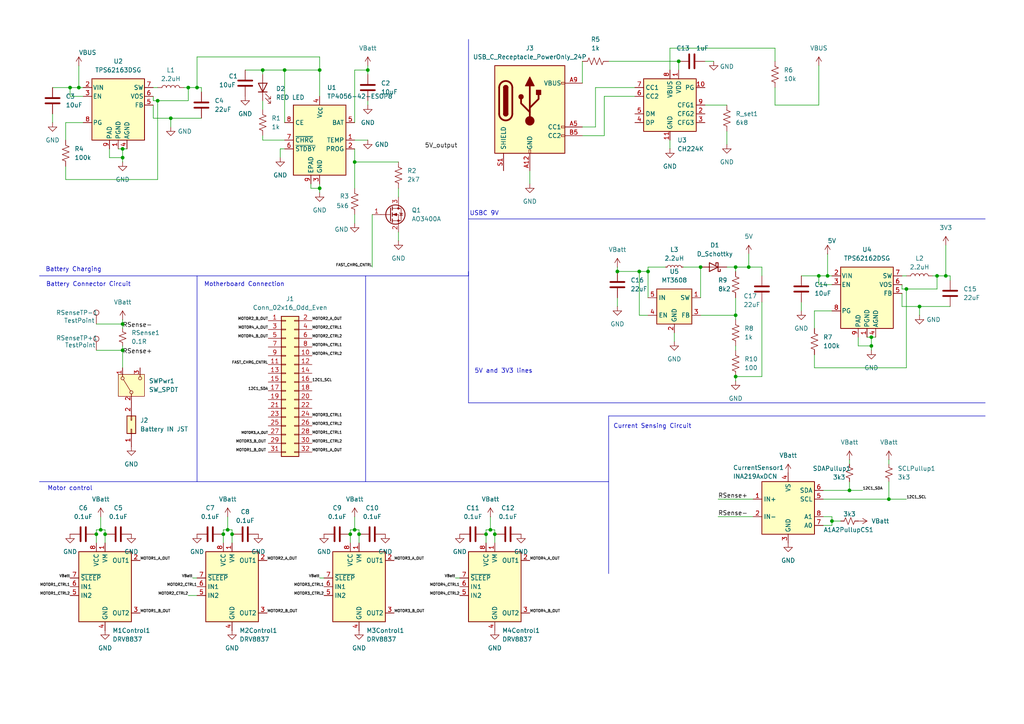
<source format=kicad_sch>
(kicad_sch (version 20250114) (generator "eeschema") (generator_version "9.0")
  (paper "A4")
  (text "Motor control\n" (at 20.32 141.732 0) (effects (font (size 1.27 1.27))))
  (text "USBC 9V" (at 140.462 61.976 0) (effects (font (size 1.27 1.27))))
  (text "Battery Charging" (at 21.336 78.232 0) (effects (font (size 1.27 1.27))))
  (text "Battery Connector Circuit\n" (at 25.654 82.55 0) (effects (font (size 1.27 1.27))))
  (text "5V and 3V3 lines\n" (at 146.05 107.696 0) (effects (font (size 1.27 1.27))))
  (text "Motherboard Connection\n" (at 70.866 82.55 0) (effects (font (size 1.27 1.27))))
  (text "Current Sensing Circuit\n" (at 189.23 123.698 0) (effects (font (size 1.27 1.27))))
  (junction (at 92.71 54.61))
  (junction (at 35.56 43.18))
  (junction (at 185.42 78.74))
  (junction (at 102.87 153.67))
  (junction (at 29.21 153.67))
  (junction (at 187.96 78.74))
  (junction (at 240.03 80.01))
  (junction (at 20.32 25.4))
  (junction (at 213.36 91.44))
  (junction (at 179.07 78.74))
  (junction (at 252.73 100.33))
  (junction (at 246.38 142.24))
  (junction (at 203.2 77.47))
  (junction (at 217.17 77.47))
  (junction (at 252.73 97.79))
  (junction (at 262.89 83.82))
  (junction (at 101.6 154.94))
  (junction (at 22.86 25.4))
  (junction (at 64.77 154.94))
  (junction (at 49.53 34.29))
  (junction (at 140.97 154.94))
  (junction (at 213.36 77.47))
  (junction (at 257.81 144.78))
  (junction (at 35.56 93.98))
  (junction (at 66.04 153.67))
  (junction (at 271.78 80.01))
  (junction (at 196.85 17.78))
  (junction (at 266.7 88.9))
  (junction (at 274.32 80.01))
  (junction (at 35.56 101.6))
  (junction (at 102.87 46.99))
  (junction (at 92.71 20.32))
  (junction (at 104.14 154.94))
  (junction (at 142.24 153.67))
  (junction (at 241.3 151.13))
  (junction (at 213.36 109.22))
  (junction (at 54.61 25.4))
  (junction (at 82.55 20.32))
  (junction (at 237.49 80.01))
  (junction (at 106.68 20.32))
  (junction (at 30.48 154.94))
  (junction (at 67.31 154.94))
  (junction (at 27.94 154.94))
  (junction (at 57.15 25.4))
  (junction (at 76.2 20.32))
  (junction (at 143.51 154.94))
  (junction (at 45.72 29.21))
  (junction (at 35.56 45.72))
  (wire (pts (xy 27.94 101.6) (xy 35.56 101.6)))
  (polyline (pts (xy 135.89 63.5) (xy 285.75 63.5)))
  (wire (pts (xy 30.48 154.94) (xy 30.48 157.48)))
  (wire (pts (xy 271.78 83.82) (xy 271.78 80.01)))
  (wire (pts (xy 224.79 13.97) (xy 224.79 17.78)))
  (wire (pts (xy 203.2 77.47) (xy 198.12 77.47)))
  (wire (pts (xy 274.32 80.01) (xy 274.32 71.12)))
  (wire (pts (xy 241.3 152.4) (xy 238.76 152.4)))
  (wire (pts (xy 238.76 144.78) (xy 257.81 144.78)))
  (wire (pts (xy 194.31 13.97) (xy 224.79 13.97)))
  (wire (pts (xy 217.17 73.66) (xy 217.17 77.47)))
  (wire (pts (xy 27.94 93.98) (xy 35.56 93.98)))
  (wire (pts (xy 176.53 17.78) (xy 196.85 17.78)))
  (wire (pts (xy 92.71 167.64) (xy 93.98 167.64)))
  (wire (pts (xy 22.86 19.05) (xy 22.86 25.4)))
  (wire (pts (xy 92.71 54.61) (xy 92.71 55.88)))
  (wire (pts (xy 213.36 77.47) (xy 213.36 78.74)))
  (wire (pts (xy 213.36 77.47) (xy 217.17 77.47)))
  (polyline (pts (xy 11.43 80.01) (xy 135.89 80.01)))
  (wire (pts (xy 252.73 100.33) (xy 252.73 101.6)))
  (wire (pts (xy 232.41 87.63) (xy 232.41 90.17)))
  (wire (pts (xy 195.58 96.52) (xy 195.58 99.06)))
  (wire (pts (xy 64.77 157.48) (xy 64.77 154.94)))
  (wire (pts (xy 24.13 27.94) (xy 20.32 27.94)))
  (wire (pts (xy 179.07 77.47) (xy 179.07 78.74)))
  (wire (pts (xy 82.55 43.18) (xy 81.28 43.18)))
  (wire (pts (xy 101.6 154.94) (xy 101.6 153.67)))
  (wire (pts (xy 236.22 90.17) (xy 236.22 95.25)))
  (wire (pts (xy 54.61 172.72) (xy 57.15 172.72)))
  (wire (pts (xy 44.45 29.21) (xy 44.45 27.94)))
  (wire (pts (xy 54.61 25.4) (xy 57.15 25.4)))
  (wire (pts (xy 57.15 16.51) (xy 92.71 16.51)))
  (wire (pts (xy 24.13 35.56) (xy 19.05 35.56)))
  (wire (pts (xy 29.21 149.86) (xy 29.21 153.67)))
  (wire (pts (xy 204.47 30.48) (xy 210.82 30.48)))
  (wire (pts (xy 90.17 53.34) (xy 90.17 54.61)))
  (wire (pts (xy 196.85 17.78) (xy 196.85 20.32)))
  (wire (pts (xy 179.07 86.36) (xy 179.07 88.9)))
  (wire (pts (xy 64.77 154.94) (xy 64.77 153.67)))
  (wire (pts (xy 106.68 20.32) (xy 106.68 21.59)))
  (wire (pts (xy 224.79 25.4) (xy 224.79 30.48)))
  (wire (pts (xy 76.2 20.32) (xy 82.55 20.32)))
  (wire (pts (xy 266.7 88.9) (xy 266.7 91.44)))
  (wire (pts (xy 115.57 54.61) (xy 115.57 57.15)))
  (wire (pts (xy 241.3 151.13) (xy 243.84 151.13)))
  (wire (pts (xy 143.51 153.67) (xy 143.51 154.94)))
  (wire (pts (xy 213.36 86.36) (xy 213.36 91.44)))
  (wire (pts (xy 106.68 29.21) (xy 106.68 30.48)))
  (wire (pts (xy 102.87 149.86) (xy 102.87 153.67)))
  (wire (pts (xy 45.72 29.21) (xy 54.61 29.21)))
  (wire (pts (xy 210.82 77.47) (xy 213.36 77.47)))
  (wire (pts (xy 82.55 20.32) (xy 82.55 35.56)))
  (wire (pts (xy 49.53 34.29) (xy 58.42 34.29)))
  (wire (pts (xy 246.38 142.24) (xy 250.19 142.24)))
  (wire (pts (xy 101.6 153.67) (xy 102.87 153.67)))
  (polyline (pts (xy 176.53 166.37) (xy 176.53 139.7)))
  (wire (pts (xy 246.38 133.35) (xy 246.38 134.62)))
  (wire (pts (xy 102.87 40.64) (xy 106.68 40.64)))
  (wire (pts (xy 44.45 25.4) (xy 45.72 25.4)))
  (wire (pts (xy 203.2 86.36) (xy 203.2 77.47)))
  (wire (pts (xy 35.56 101.6) (xy 35.56 106.68)))
  (wire (pts (xy 142.24 153.67) (xy 143.51 153.67)))
  (wire (pts (xy 45.72 29.21) (xy 45.72 52.07)))
  (wire (pts (xy 106.68 19.05) (xy 106.68 20.32)))
  (polyline (pts (xy 176.53 120.65) (xy 285.75 120.65)))
  (wire (pts (xy 67.31 153.67) (xy 67.31 154.94)))
  (polyline (pts (xy 106.045 80.01) (xy 106.045 139.7)))
  (wire (pts (xy 104.14 153.67) (xy 104.14 154.94)))
  (wire (pts (xy 246.38 139.7) (xy 246.38 142.24)))
  (wire (pts (xy 194.31 40.64) (xy 194.31 43.18)))
  (wire (pts (xy 187.96 91.44) (xy 185.42 91.44)))
  (wire (pts (xy 19.05 35.56) (xy 19.05 40.64)))
  (wire (pts (xy 153.67 49.53) (xy 153.67 53.34)))
  (wire (pts (xy 194.31 20.32) (xy 194.31 13.97)))
  (polyline (pts (xy 135.89 78.74) (xy 135.89 116.84)))
  (wire (pts (xy 102.87 20.32) (xy 106.68 20.32)))
  (wire (pts (xy 35.56 45.72) (xy 35.56 46.99)))
  (polyline (pts (xy 11.43 139.7) (xy 176.53 139.7)))
  (wire (pts (xy 261.62 83.82) (xy 262.89 83.82)))
  (wire (pts (xy 193.04 77.47) (xy 187.96 77.47)))
  (polyline (pts (xy 135.89 11.43) (xy 135.89 80.01)))
  (wire (pts (xy 102.87 46.99) (xy 102.87 54.61)))
  (wire (pts (xy 76.2 20.32) (xy 76.2 21.59)))
  (wire (pts (xy 203.2 91.44) (xy 213.36 91.44)))
  (wire (pts (xy 140.97 154.94) (xy 140.97 153.67)))
  (wire (pts (xy 31.75 45.72) (xy 35.56 45.72)))
  (wire (pts (xy 185.42 78.74) (xy 187.96 78.74)))
  (wire (pts (xy 274.32 80.01) (xy 275.59 80.01)))
  (polyline (pts (xy 135.89 116.84) (xy 285.75 116.84)))
  (wire (pts (xy 20.32 27.94) (xy 20.32 25.4)))
  (wire (pts (xy 220.98 109.22) (xy 213.36 109.22)))
  (wire (pts (xy 210.82 38.1) (xy 210.82 41.91)))
  (wire (pts (xy 57.15 25.4) (xy 57.15 16.51)))
  (wire (pts (xy 44.45 29.21) (xy 45.72 29.21)))
  (polyline (pts (xy 176.53 139.7) (xy 176.53 120.65)))
  (wire (pts (xy 67.31 154.94) (xy 67.31 157.48)))
  (wire (pts (xy 261.62 88.9) (xy 266.7 88.9)))
  (wire (pts (xy 184.15 25.4) (xy 172.72 25.4)))
  (wire (pts (xy 241.3 82.55) (xy 237.49 82.55)))
  (wire (pts (xy 261.62 88.9) (xy 261.62 85.09)))
  (wire (pts (xy 257.81 144.78) (xy 262.89 144.78)))
  (wire (pts (xy 76.2 29.21) (xy 76.2 31.75)))
  (wire (pts (xy 35.56 43.18) (xy 36.83 43.18)))
  (wire (pts (xy 175.26 27.94) (xy 175.26 39.37)))
  (wire (pts (xy 217.17 77.47) (xy 220.98 77.47)))
  (wire (pts (xy 35.56 100.33) (xy 35.56 101.6)))
  (wire (pts (xy 49.53 34.29) (xy 49.53 36.83)))
  (wire (pts (xy 35.56 92.71) (xy 35.56 93.98)))
  (wire (pts (xy 34.29 43.18) (xy 35.56 43.18)))
  (wire (pts (xy 92.71 20.32) (xy 92.71 27.94)))
  (wire (pts (xy 266.7 88.9) (xy 275.59 88.9)))
  (wire (pts (xy 15.24 25.4) (xy 20.32 25.4)))
  (wire (pts (xy 213.36 109.22) (xy 213.36 110.49)))
  (wire (pts (xy 27.94 153.67) (xy 29.21 153.67)))
  (wire (pts (xy 19.05 52.07) (xy 45.72 52.07)))
  (wire (pts (xy 64.77 153.67) (xy 66.04 153.67)))
  (wire (pts (xy 262.89 83.82) (xy 271.78 83.82)))
  (wire (pts (xy 107.95 62.23) (xy 107.95 77.47)))
  (wire (pts (xy 236.22 102.87) (xy 236.22 106.68)))
  (wire (pts (xy 71.12 20.32) (xy 76.2 20.32)))
  (wire (pts (xy 44.45 34.29) (xy 44.45 30.48)))
  (wire (pts (xy 31.75 43.18) (xy 31.75 45.72)))
  (wire (pts (xy 251.46 97.79) (xy 252.73 97.79)))
  (wire (pts (xy 241.3 151.13) (xy 241.3 152.4)))
  (wire (pts (xy 102.87 46.99) (xy 115.57 46.99)))
  (wire (pts (xy 241.3 90.17) (xy 236.22 90.17)))
  (wire (pts (xy 20.32 25.4) (xy 22.86 25.4)))
  (wire (pts (xy 168.91 17.78) (xy 168.91 24.13)))
  (wire (pts (xy 237.49 80.01) (xy 240.03 80.01)))
  (wire (pts (xy 102.87 20.32) (xy 102.87 35.56)))
  (wire (pts (xy 168.91 36.83) (xy 172.72 36.83)))
  (wire (pts (xy 232.41 80.01) (xy 237.49 80.01)))
  (wire (pts (xy 22.86 25.4) (xy 24.13 25.4)))
  (wire (pts (xy 204.47 17.78) (xy 207.01 17.78)))
  (wire (pts (xy 102.87 43.18) (xy 102.87 46.99)))
  (wire (pts (xy 55.88 167.64) (xy 57.15 167.64)))
  (wire (pts (xy 224.79 30.48) (xy 237.49 30.48)))
  (wire (pts (xy 76.2 40.64) (xy 82.55 40.64)))
  (wire (pts (xy 66.04 153.67) (xy 67.31 153.67)))
  (wire (pts (xy 237.49 30.48) (xy 237.49 19.05)))
  (wire (pts (xy 257.81 133.35) (xy 257.81 134.62)))
  (wire (pts (xy 184.15 27.94) (xy 175.26 27.94)))
  (wire (pts (xy 208.28 144.78) (xy 218.44 144.78)))
  (wire (pts (xy 27.94 154.94) (xy 27.94 153.67)))
  (wire (pts (xy 115.57 67.31) (xy 115.57 69.85)))
  (wire (pts (xy 275.59 80.01) (xy 275.59 81.28)))
  (wire (pts (xy 57.15 25.4) (xy 58.42 25.4)))
  (wire (pts (xy 248.92 97.79) (xy 248.92 100.33)))
  (wire (pts (xy 220.98 77.47) (xy 220.98 80.01)))
  (wire (pts (xy 238.76 142.24) (xy 246.38 142.24)))
  (wire (pts (xy 81.28 43.18) (xy 81.28 45.72)))
  (wire (pts (xy 76.2 40.64) (xy 76.2 39.37)))
  (wire (pts (xy 261.62 80.01) (xy 262.89 80.01)))
  (wire (pts (xy 92.71 53.34) (xy 92.71 54.61)))
  (wire (pts (xy 104.14 154.94) (xy 104.14 157.48)))
  (wire (pts (xy 240.03 80.01) (xy 241.3 80.01)))
  (wire (pts (xy 142.24 149.86) (xy 142.24 153.67)))
  (wire (pts (xy 54.61 25.4) (xy 53.34 25.4)))
  (wire (pts (xy 240.03 73.66) (xy 240.03 80.01)))
  (wire (pts (xy 220.98 87.63) (xy 220.98 109.22)))
  (wire (pts (xy 92.71 16.51) (xy 92.71 20.32)))
  (wire (pts (xy 102.87 62.23) (xy 102.87 64.77)))
  (wire (pts (xy 187.96 77.47) (xy 187.96 78.74)))
  (wire (pts (xy 54.61 29.21) (xy 54.61 25.4)))
  (wire (pts (xy 101.6 157.48) (xy 101.6 154.94)))
  (wire (pts (xy 175.26 39.37) (xy 168.91 39.37)))
  (wire (pts (xy 30.48 153.67) (xy 30.48 154.94)))
  (wire (pts (xy 179.07 78.74) (xy 185.42 78.74)))
  (wire (pts (xy 238.76 149.86) (xy 241.3 149.86)))
  (wire (pts (xy 143.51 154.94) (xy 143.51 157.48)))
  (wire (pts (xy 15.24 33.02) (xy 15.24 35.56)))
  (wire (pts (xy 132.08 167.64) (xy 133.35 167.64)))
  (wire (pts (xy 236.22 106.68) (xy 262.89 106.68)))
  (wire (pts (xy 261.62 83.82) (xy 261.62 82.55)))
  (wire (pts (xy 271.78 80.01) (xy 274.32 80.01)))
  (wire (pts (xy 252.73 97.79) (xy 254 97.79)))
  (wire (pts (xy 262.89 83.82) (xy 262.89 106.68)))
  (wire (pts (xy 185.42 91.44) (xy 185.42 78.74)))
  (wire (pts (xy 208.28 149.86) (xy 218.44 149.86)))
  (wire (pts (xy 35.56 43.18) (xy 35.56 45.72)))
  (wire (pts (xy 140.97 157.48) (xy 140.97 154.94)))
  (wire (pts (xy 213.36 91.44) (xy 213.36 92.71)))
  (wire (pts (xy 27.94 157.48) (xy 27.94 154.94)))
  (wire (pts (xy 257.81 139.7) (xy 257.81 144.78)))
  (wire (pts (xy 66.04 149.86) (xy 66.04 153.67)))
  (wire (pts (xy 58.42 25.4) (xy 58.42 26.67)))
  (wire (pts (xy 271.78 80.01) (xy 270.51 80.01)))
  (wire (pts (xy 19.05 48.26) (xy 19.05 52.07)))
  (wire (pts (xy 248.92 100.33) (xy 252.73 100.33)))
  (wire (pts (xy 237.49 82.55) (xy 237.49 80.01)))
  (wire (pts (xy 29.21 153.67) (xy 30.48 153.67)))
  (wire (pts (xy 44.45 34.29) (xy 49.53 34.29)))
  (wire (pts (xy 140.97 153.67) (xy 142.24 153.67)))
  (wire (pts (xy 241.3 149.86) (xy 241.3 151.13)))
  (wire (pts (xy 172.72 25.4) (xy 172.72 36.83)))
  (wire (pts (xy 102.87 153.67) (xy 104.14 153.67)))
  (wire (pts (xy 252.73 97.79) (xy 252.73 100.33)))
  (wire (pts (xy 90.17 54.61) (xy 92.71 54.61)))
  (wire (pts (xy 35.56 93.98) (xy 35.56 95.25)))
  (wire (pts (xy 82.55 20.32) (xy 92.71 20.32)))
  (wire (pts (xy 187.96 78.74) (xy 187.96 86.36)))
  (wire (pts (xy 213.36 100.33) (xy 213.36 101.6)))
  (polyline (pts (xy 57.15 80.01) (xy 57.15 139.7)))
  (label "5V_output" (at 123.19 43.18 0))
  (label "MOTOR3_A_OUT" (at 114.3 162.56 0) (effects (font (size 0.762 0.762))))
  (label "FAST_CHRG_CNTRL" (at 77.7875 105.7275 180) (effects (font (size 0.762 0.762))))
  (label "MOTOR4_A_OUT" (at 77.7875 95.5675 180) (effects (font (size 0.762 0.762))))
  (label "MOTOR4_B_OUT " (at 153.67 177.8 0) (effects (font (size 0.762 0.762))))
  (label "VBatt" (at 20.32 167.64 180) (effects (font (size 0.762 0.762))))
  (label "MOTOR2_A_OUT" (at 90.4875 93.0275 0) (effects (font (size 0.762 0.762))))
  (label "MOTOR1_CTRL2" (at 20.32 172.72 180) (effects (font (size 0.762 0.762))))
  (label "MOTOR3_CTRL1" (at 93.98 170.18 180) (effects (font (size 0.762 0.762))))
  (label "MOTOR2_CTRL2 " (at 90.4875 98.1075 0) (effects (font (size 0.762 0.762))))
  (label "MOTOR4_CTRL1" (at 133.35 170.18 180) (effects (font (size 0.762 0.762))))
  (label "MOTOR3_B_OUT " (at 114.3 177.8 0) (effects (font (size 0.762 0.762))))
  (label "MOTOR3_A_OUT" (at 77.7875 126.0475 180) (effects (font (size 0.6858 0.6858))))
  (label "MOTOR2_B_OUT" (at 77.7875 93.0275 180) (effects (font (size 0.762 0.762))))
  (label "VBatt" (at 92.71 167.64 180) (effects (font (size 0.762 0.762))))
  (label "MOTOR3_CTRL2" (at 90.4875 123.5075 0) (effects (font (size 0.762 0.762))))
  (label "RSense+" (at 35.56 102.87 0))
  (label "MOTOR1_CTRL1" (at 20.32 170.18 180) (effects (font (size 0.762 0.762))))
  (label "MOTOR1_CTRL2" (at 90.4875 128.5875 0) (effects (font (size 0.762 0.762))))
  (label "MOTOR3_B_OUT " (at 77.7875 128.5875 180) (effects (font (size 0.762 0.762))))
  (label "MOTOR2_B_OUT " (at 77.47 177.8 0) (effects (font (size 0.762 0.762))))
  (label "MOTOR3_CTRL1" (at 90.4875 120.9675 0) (effects (font (size 0.762 0.762))))
  (label "MOTOR2_CTRL1" (at 90.4875 95.5675 0) (effects (font (size 0.762 0.762))))
  (label "MOTOR1_A_OUT" (at 40.64 162.56 0) (effects (font (size 0.762 0.762))))
  (label "MOTOR2_CTRL2" (at 54.61 172.72 180) (effects (font (size 0.762 0.762))))
  (label "12C1_SCL" (at 262.89 144.78 0) (effects (font (size 0.762 0.762))))
  (label "FAST_CHRG_CNTRL" (at 107.95 77.47 180) (effects (font (size 0.762 0.762))))
  (label "MOTOR1_A_OUT" (at 90.4875 131.1275 0) (effects (font (size 0.762 0.762))))
  (label "MOTOR1_B_OUT " (at 77.7875 131.1275 180) (effects (font (size 0.762 0.762))))
  (label "MOTOR1_B_OUT " (at 40.64 177.8 0) (effects (font (size 0.762 0.762))))
  (label "MOTOR4_CTRL1 " (at 90.4875 100.6475 0) (effects (font (size 0.762 0.762))))
  (label "MOTOR2_A_OUT" (at 77.47 162.56 0) (effects (font (size 0.762 0.762))))
  (label "MOTOR1_CTRL1" (at 90.4875 126.0475 0) (effects (font (size 0.762 0.762))))
  (label "MOTOR2_CTRL1" (at 57.15 170.18 180) (effects (font (size 0.762 0.762))))
  (label "12C1_SDA" (at 250.19 142.24 0) (effects (font (size 0.762 0.762))))
  (label "12C1_SCL" (at 90.4875 110.8075 0) (effects (font (size 0.762 0.762))))
  (label "MOTOR4_CTRL2" (at 90.4875 103.1875 0) (effects (font (size 0.762 0.762))))
  (label "12C1_SDA" (at 77.7875 113.3475 180) (effects (font (size 0.762 0.762))))
  (label "VBatt" (at 55.88 167.64 180) (effects (font (size 0.762 0.762))))
  (label "MOTOR4_CTRL2" (at 133.35 172.72 180) (effects (font (size 0.762 0.762))))
  (label "MOTOR4_B_OUT" (at 77.7875 98.1075 180) (effects (font (size 0.762 0.762))))
  (label "VBatt" (at 132.08 167.64 180) (effects (font (size 0.762 0.762))))
  (label "MOTOR4_A_OUT" (at 153.67 162.56 0) (effects (font (size 0.762 0.762))))
  (label "RSense-" (at 208.28 149.86 0))
  (label "MOTOR3_CTRL2" (at 93.98 172.72 180) (effects (font (size 0.762 0.762))))
  (label "RSense-" (at 35.56 95.25 0))
  (label "RSense+" (at 208.28 144.78 0))
  (symbol (lib_id "power:GND") (at 111.76 154.94 0) (unit 1)
    (property "Reference" "#PWR027" (effects (hide yes)))
    (property "Value" "GND" (at 111.76 160.02 0))
    (property "Description" "Power symbol creates a global label with name \"GND\" , ground" (effects (hide yes)))
  )
  (symbol (lib_id "Device:L_Small") (at 195.58 77.47 90) (unit 1)
    (property "Reference" "L3" (at 195.58 72.39 90))
    (property "Value" "2.2uH" (at 195.58 74.93 90))
    (property "Footprint" "Inductor_SMD:L_Taiyo-Yuden_MD-3030" (effects (hide yes)))
    (property "Description" "Inductor, small symbol" (effects (hide yes)))
  )
  (symbol (lib_id "power:VCC") (at 257.81 133.35 0) (unit 1)
    (property "Reference" "#PWR035" (effects (hide yes)))
    (property "Value" "VBatt" (at 257.81 128.27 0))
    (property "Description" "Power symbol creates a global label with name \"VCC\"" (effects (hide yes)))
  )
  (symbol (lib_id "power:GND") (at 38.1 154.94 0) (unit 1)
    (property "Reference" "#PWR023" (effects (hide yes)))
    (property "Value" "GND" (at 38.1 160.02 0))
    (property "Description" "Power symbol creates a global label with name \"GND\" , ground" (effects (hide yes)))
  )
  (symbol (lib_id "Device:C") (at 220.98 83.82 0) (unit 1)
    (property "Reference" "C17" (at 215.646 85.852 0) (effects (justify left)))
    (property "Value" "22uF" (at 215.646 88.392 0) (effects (justify left)))
    (property "Footprint" "Capacitor_SMD:C_1206_3216Metric_Pad1.33x1.80mm_HandSolder" (effects (hide yes)))
    (property "Description" "Unpolarized capacitor" (effects (hide yes)))
  )
  (symbol (lib_id "Device:LED") (at 76.2 25.4 90) (unit 1)
    (property "Reference" "D2" (at 80.01 25.7174 90) (effects (justify right)))
    (property "Value" "RED LED" (at 80.01 28.2574 90) (effects (justify right)))
    (property "Footprint" "LED_SMD:LED_0805_2012Metric" (effects (hide yes)))
    (property "Description" "Light emitting diode" (effects (hide yes)))
    (property "Sim.Pins" "1=K 2=A" (effects (hide yes)))
  )
  (symbol (lib_id "power:GND") (at 210.82 41.91 0) (unit 1)
    (property "Reference" "#PWR038" (effects (hide yes)))
    (property "Value" "GND" (at 210.82 46.99 0))
    (property "Description" "Power symbol creates a global label with name \"GND\" , ground" (effects (hide yes)))
  )
  (symbol (lib_id "power:GND") (at 153.67 53.34 0) (unit 1)
    (property "Reference" "#PWR040" (effects (hide yes)))
    (property "Value" "GND" (at 153.67 58.42 0))
    (property "Description" "Power symbol creates a global label with name \"GND\" , ground" (effects (hide yes)))
  )
  (symbol (lib_id "Regulator_Switching:TPS62163DSG") (at 34.29 33.02 0) (unit 1)
    (property "Reference" "U2" (at 34.29 17.78 0))
    (property "Value" "TPS62163DSG" (at 34.29 20.32 0))
    (property "Footprint" "Package_SON:WSON-8-1EP_2x2mm_P0.5mm_EP0.9x1.6mm_ThermalVias" (effects (hide yes)))
    (property "Datasheet" "http://www.ti.com/lit/ds/symlink/tps62160.pdf" (effects (hide yes)))
    (property "Description" "1A Step-Down Converter with DCS-Control, fixed 5.0V output, 3-17V input voltage, WSON-8" (effects (hide yes)))
  )
  (symbol (lib_id "Device:D_Schottky") (at 207.01 77.47 180) (unit 1)
    (property "Reference" "D1" (at 207.3275 71.12 0))
    (property "Value" "D_Schottky" (at 207.3275 73.66 0))
    (property "Footprint" "Diode_SMD:D_2512_6332Metric_Pad1.52x3.35mm_HandSolder" (effects (hide yes)))
    (property "Description" "Schottky diode" (effects (hide yes)))
  )
  (symbol (lib_id "Connector_Generic:Conn_02x16_Odd_Even") (at 82.8675 110.8075 0) (unit 1)
    (property "Reference" "J1" (at 84.1375 86.6775 0))
    (property "Value" "Conn_02x16_Odd_Even" (at 84.1375 89.2175 0))
    (property "Footprint" "Connector_PinSocket_2.54mm:PinSocket_2x16_P2.54mm_Vertical" (effects (hide yes)))
    (property "Description" "Generic connector, double row, 02x16, odd/even pin numbering scheme (row 1 odd numbers, row 2 even numbers), script generated (kicad-library-utils/schlib/autogen/connector/)" (effects (hide yes)))
  )
  (symbol (lib_id "power:VCC") (at 35.56 92.71 0) (unit 1)
    (property "Reference" "#PWR02" (effects (hide yes)))
    (property "Value" "VBatt" (at 35.56 87.63 0))
    (property "Description" "Power symbol creates a global label with name \"VCC\"" (effects (hide yes)))
  )
  (symbol (lib_id "Device:C") (at 137.16 154.94 90) (unit 1)
    (property "Reference" "C11" (at 137.16 147.32 90))
    (property "Value" "0.1uF" (at 137.16 149.86 90))
    (property "Footprint" "Capacitor_SMD:C_0402_1005Metric_Pad0.74x0.62mm_HandSolder" (effects (hide yes)))
    (property "Description" "Unpolarized capacitor" (effects (hide yes)))
  )
  (symbol (lib_id "Driver_Motor:DRV8837") (at 67.31 170.18 0) (unit 1)
    (property "Reference" "M2Control1" (at 69.4533 182.88 0) (effects (justify left)))
    (property "Value" "DRV8837" (at 69.4533 185.42 0) (effects (justify left)))
    (property "Footprint" "Package_SON:WSON-8-1EP_2x2mm_P0.5mm_EP0.9x1.6mm" (effects (hide yes)))
    (property "Datasheet" "http://www.ti.com/lit/ds/symlink/drv8837.pdf" (effects (hide yes)))
    (property "Description" "H-Bridge driver, 1.8A, Low Voltage, PWM input, WSON-8" (effects (hide yes)))
  )
  (symbol (lib_id "Device:R_US") (at 224.79 21.59 0) (unit 1)
    (property "Reference" "R6" (at 227.33 20.3199 0) (effects (justify left)))
    (property "Value" "10k" (at 227.33 22.8599 0) (effects (justify left)))
    (property "Footprint" "Resistor_SMD:R_0603_1608Metric_Pad0.98x0.95mm_HandSolder" (effects (hide yes)))
    (property "Description" "Resistor, US symbol" (effects (hide yes)))
  )
  (symbol (lib_id "power:VCC") (at 246.38 133.35 0) (unit 1)
    (property "Reference" "#PWR034" (effects (hide yes)))
    (property "Value" "VBatt" (at 246.38 128.27 0))
    (property "Description" "Power symbol creates a global label with name \"VCC\"" (effects (hide yes)))
  )
  (symbol (lib_id "Interface_USB:CH224K") (at 194.31 30.48 0) (unit 1)
    (property "Reference" "U3" (at 196.4533 40.64 0) (effects (justify left)))
    (property "Value" "CH224K" (at 196.4533 43.18 0) (effects (justify left)))
    (property "Footprint" "Package_SO:SSOP-10-1EP_3.9x4.9mm_P1mm_EP2.1x3.3mm" (effects (hide yes)))
    (property "Datasheet" "https://www.wch.cn/downloads/file/301.html" (effects (hide yes)))
    (property "Description" "100W USB Type-C PD3.0/2.0, BC1.2 Sink Controller, SSOP-10" (effects (hide yes)))
  )
  (symbol (lib_id "power:GND") (at 133.35 154.94 0) (unit 1)
    (property "Reference" "#PWR028" (effects (hide yes)))
    (property "Value" "GND" (at 133.35 160.02 0))
    (property "Description" "Power symbol creates a global label with name \"GND\" , ground" (effects (hide yes)))
  )
  (symbol (lib_id "Device:R_Small_US") (at 246.38 137.16 0) (unit 1)
    (property "Reference" "SDAPullup1" (at 235.712 135.89 0) (effects (justify left)))
    (property "Value" "3k3" (at 241.554 138.43 0) (effects (justify left)))
    (property "Footprint" "Resistor_SMD:R_0603_1608Metric_Pad0.98x0.95mm_HandSolder" (effects (hide yes)))
    (property "Description" "Resistor, small US symbol" (effects (hide yes)))
  )
  (symbol (lib_id "Device:L") (at 266.7 80.01 90) (unit 1)
    (property "Reference" "L2" (at 266.7 74.93 90))
    (property "Value" "2.2uH" (at 266.7 77.47 90))
    (property "Footprint" "Inductor_SMD:L_Taiyo-Yuden_MD-3030" (effects (hide yes)))
    (property "Description" "Inductor" (effects (hide yes)))
  )
  (symbol (lib_id "Device:C") (at 24.13 154.94 90) (unit 1)
    (property "Reference" "C6" (at 24.13 147.32 90))
    (property "Value" "0.1uF" (at 24.13 149.86 90))
    (property "Footprint" "Capacitor_SMD:C_0402_1005Metric_Pad0.74x0.62mm_HandSolder" (effects (hide yes)))
    (property "Description" "Unpolarized capacitor" (effects (hide yes)))
  )
  (symbol (lib_id "Regulator_Switching:TPS62162DSG") (at 251.46 87.63 0) (unit 1)
    (property "Reference" "U4" (at 251.46 72.39 0))
    (property "Value" "TPS62162DSG" (at 251.46 74.93 0))
    (property "Footprint" "Package_SON:WSON-8-1EP_2x2mm_P0.5mm_EP0.9x1.6mm_ThermalVias" (effects (hide yes)))
    (property "Datasheet" "http://www.ti.com/lit/ds/symlink/tps62160.pdf" (effects (hide yes)))
    (property "Description" "1A Step-Down Converter with DCS-Control, fixed 3.3V output, 3-17V input voltage, WSON-8" (effects (hide yes)))
  )
  (symbol (lib_id "power:VCC") (at 217.17 73.66 0) (unit 1)
    (property "Reference" "#PWR048" (effects (hide yes)))
    (property "Value" "5V" (at 217.17 68.58 0))
    (property "Description" "Power symbol creates a global label with name \"VCC\"" (effects (hide yes)))
  )
  (symbol (lib_id "power:VCC") (at 248.92 151.13 270) (unit 1)
    (property "Reference" "#PWR031" (effects (hide yes)))
    (property "Value" "VBatt" (at 252.73 151.1299 90) (effects (justify left)))
    (property "Description" "Power symbol creates a global label with name \"VCC\"" (effects (hide yes)))
  )
  (symbol (lib_id "Device:R_US") (at 236.22 99.06 0) (unit 1)
    (property "Reference" "R7" (at 238.76 97.7899 0) (effects (justify left)))
    (property "Value" "100k" (at 238.76 100.3299 0) (effects (justify left)))
    (property "Footprint" "Resistor_SMD:R_0603_1608Metric_Pad0.98x0.95mm_HandSolder" (effects (hide yes)))
    (property "Description" "Resistor, US symbol" (effects (hide yes)))
  )
  (symbol (lib_id "power:VCC") (at 29.21 149.86 0) (unit 1)
    (property "Reference" "#PWR09" (effects (hide yes)))
    (property "Value" "VBatt" (at 29.21 144.78 0))
    (property "Description" "Power symbol creates a global label with name \"VCC\"" (effects (hide yes)))
  )
  (symbol (lib_id "power:GND") (at 35.56 46.99 0) (unit 1)
    (property "Reference" "#PWR012" (effects (hide yes)))
    (property "Value" "GND" (at 35.56 52.07 0))
    (property "Description" "Power symbol creates a global label with name \"GND\" , ground" (effects (hide yes)))
  )
  (symbol (lib_id "Device:R_US") (at 102.87 58.42 0) (unit 1)
    (property "Reference" "R3" (at 98.552 56.896 0) (effects (justify left)))
    (property "Value" "5k6" (at 97.536 59.69 0) (effects (justify left)))
    (property "Footprint" "Resistor_SMD:R_0603_1608Metric_Pad0.98x0.95mm_HandSolder" (effects (hide yes)))
    (property "Description" "Resistor, US symbol" (effects (hide yes)))
  )
  (symbol (lib_id "Device:R_Small_US") (at 246.38 151.13 90) (unit 1)
    (property "Reference" "A1A2PullupCS1" (at 246.126 153.67 90))
    (property "Value" "3k3" (at 246.38 149.098 90))
    (property "Footprint" "Resistor_SMD:R_0603_1608Metric_Pad0.98x0.95mm_HandSolder" (effects (hide yes)))
    (property "Description" "Resistor, small US symbol" (effects (hide yes)))
  )
  (symbol (lib_id "power:GND") (at 151.13 154.94 0) (unit 1)
    (property "Reference" "#PWR029" (effects (hide yes)))
    (property "Value" "GND" (at 151.13 160.02 0))
    (property "Description" "Power symbol creates a global label with name \"GND\" , ground" (effects (hide yes)))
  )
  (symbol (lib_id "power:GND") (at 81.28 45.72 0) (unit 1)
    (property "Reference" "#PWR013" (effects (hide yes)))
    (property "Value" "GND" (at 81.28 50.8 0))
    (property "Description" "Power symbol creates a global label with name \"GND\" , ground" (effects (hide yes)))
  )
  (symbol (lib_id "power:GND") (at 30.48 182.88 0) (unit 1)
    (property "Reference" "#PWR015" (effects (hide yes)))
    (property "Value" "GND" (at 30.48 187.96 0))
    (property "Description" "Power symbol creates a global label with name \"GND\" , ground" (effects (hide yes)))
  )
  (symbol (lib_id "Sensor_Energy:INA219AxDCN") (at 228.6 147.32 0) (unit 1)
    (property "Reference" "CurrentSensor1" (at 212.598 135.636 0) (effects (justify left)))
    (property "Value" "INA219AxDCN" (at 212.598 138.176 0) (effects (justify left)))
    (property "Footprint" "Package_TO_SOT_SMD:SOT-23-8" (effects (hide yes)))
    (property "Datasheet" "http://www.ti.com/lit/ds/symlink/ina219.pdf" (effects (hide yes)))
    (property "Description" "Zero-Drift, Bidirectional Current/Power Monitor (0-26V) With I2C Interface, SOT-23-8" (effects (hide yes)))
  )
  (symbol (lib_id "power:GND") (at 93.98 154.94 0) (unit 1)
    (property "Reference" "#PWR026" (effects (hide yes)))
    (property "Value" "GND" (at 93.98 160.02 0))
    (property "Description" "Power symbol creates a global label with name \"GND\" , ground" (effects (hide yes)))
  )
  (symbol (lib_id "Device:C") (at 97.79 154.94 90) (unit 1)
    (property "Reference" "C9" (at 97.79 147.32 90))
    (property "Value" "0.1uF" (at 97.79 149.86 90))
    (property "Footprint" "Capacitor_SMD:C_0402_1005Metric_Pad0.74x0.62mm_HandSolder" (effects (hide yes)))
    (property "Description" "Unpolarized capacitor" (effects (hide yes)))
  )
  (symbol (lib_id "Regulator_Switching:MT3608") (at 195.58 88.9 0) (unit 1)
    (property "Reference" "U5" (at 195.58 78.74 0))
    (property "Value" "MT3608" (at 195.58 81.28 0))
    (property "Footprint" "Package_TO_SOT_SMD:SOT-23-6" (effects (hide yes)))
    (property "Datasheet" "https://www.olimex.com/Products/Breadboarding/BB-PWR-3608/resources/MT3608.pdf" (effects (hide yes)))
    (property "Description" "High Efficiency 1.2MHz 2A Step Up Converter, 2-24V Vin, 28V Vout, 4A current limit, 1.2MHz, SOT23-6" (effects (hide yes)))
  )
  (symbol (lib_id "Connector:TestPoint") (at 27.94 101.6 0) (unit 1)
    (property "Reference" "RSenseTP+1" (at 16.256 98.044 0) (effects (justify left)))
    (property "Value" "TestPoint" (at 18.796 100.076 0) (effects (justify left)))
    (property "Footprint" "TestPoint:TestPoint_Pad_2.0x2.0mm" (effects (hide yes)))
    (property "Description" "test point" (effects (hide yes)))
  )
  (symbol (lib_id "power:GND") (at 57.15 154.94 0) (unit 1)
    (property "Reference" "#PWR024" (effects (hide yes)))
    (property "Value" "GND" (at 57.15 160.02 0))
    (property "Description" "Power symbol creates a global label with name \"GND\" , ground" (effects (hide yes)))
  )
  (symbol (lib_id "power:VCC") (at 228.6 137.16 0) (unit 1)
    (property "Reference" "#PWR033" (effects (hide yes)))
    (property "Value" "VBatt" (at 228.6 132.08 0))
    (property "Description" "Power symbol creates a global label with name \"VCC\"" (effects (hide yes)))
  )
  (symbol (lib_id "power:GND") (at 179.07 88.9 0) (unit 1)
    (property "Reference" "#PWR046" (effects (hide yes)))
    (property "Value" "GND" (at 179.07 93.98 0))
    (property "Description" "Power symbol creates a global label with name \"GND\" , ground" (effects (hide yes)))
  )
  (symbol (lib_id "Device:R_Small_US") (at 35.56 97.79 0) (unit 1)
    (property "Reference" "RSense1" (at 38.1 96.5199 0) (effects (justify left)))
    (property "Value" "0.1R" (at 38.1 99.0599 0) (effects (justify left)))
    (property "Footprint" "Resistor_SMD:R_1206_3216Metric_Pad1.30x1.75mm_HandSolder" (effects (hide yes)))
    (property "Description" "Resistor, small US symbol" (effects (hide yes)))
  )
  (symbol (lib_id "power:GND") (at 106.68 40.64 0) (unit 1)
    (property "Reference" "#PWR06" (effects (hide yes)))
    (property "Value" "GND" (at 110.744 41.91 0))
    (property "Description" "Power symbol creates a global label with name \"GND\" , ground" (effects (hide yes)))
  )
  (symbol (lib_id "Device:C") (at 15.24 29.21 0) (unit 1)
    (property "Reference" "C3" (at 19.05 27.9399 0) (effects (justify left)))
    (property "Value" "10uF" (at 19.05 30.4799 0) (effects (justify left)))
    (property "Footprint" "Capacitor_SMD:C_0805_2012Metric_Pad1.18x1.45mm_HandSolder" (effects (hide yes)))
    (property "Description" "Unpolarized capacitor" (effects (hide yes)))
  )
  (symbol (lib_id "power:VCC") (at 240.03 73.66 0) (unit 1)
    (property "Reference" "#PWR042" (effects (hide yes)))
    (property "Value" "5V" (at 240.03 69.85 0) (effects (justify left)))
    (property "Description" "Power symbol creates a global label with name \"VCC\"" (effects (hide yes)))
  )
  (symbol (lib_id "power:GND") (at 195.58 99.06 0) (unit 1)
    (property "Reference" "#PWR050" (effects (hide yes)))
    (property "Value" "GND" (at 195.58 104.14 0))
    (property "Description" "Power symbol creates a global label with name \"GND\" , ground" (effects (hide yes)))
  )
  (symbol (lib_id "power:GND") (at 213.36 110.49 0) (unit 1)
    (property "Reference" "#PWR049" (effects (hide yes)))
    (property "Value" "GND" (at 213.36 115.57 0))
    (property "Description" "Power symbol creates a global label with name \"GND\" , ground" (effects (hide yes)))
  )
  (symbol (lib_id "power:GND") (at 232.41 90.17 0) (unit 1)
    (property "Reference" "#PWR041" (effects (hide yes)))
    (property "Value" "GND" (at 232.41 95.25 0))
    (property "Description" "Power symbol creates a global label with name \"GND\" , ground" (effects (hide yes)))
  )
  (symbol (lib_id "power:GND") (at 71.12 27.94 0) (unit 1)
    (property "Reference" "#PWR04" (effects (hide yes)))
    (property "Value" "GND" (at 71.12 33.02 0))
    (property "Description" "Power symbol creates a global label with name \"GND\" , ground" (effects (hide yes)))
  )
  (symbol (lib_id "power:GND") (at 38.1 129.54 0) (unit 1)
    (property "Reference" "#PWR01" (effects (hide yes)))
    (property "Value" "GND" (at 38.1 134.62 0))
    (property "Description" "Power symbol creates a global label with name \"GND\" , ground" (effects (hide yes)))
  )
  (symbol (lib_id "Device:C") (at 71.12 24.13 180) (unit 1)
    (property "Reference" "C1" (at 66.294 22.098 0) (effects (justify right)))
    (property "Value" "10uF" (at 63.5 24.638 0) (effects (justify right)))
    (property "Footprint" "Capacitor_SMD:C_0805_2012Metric_Pad1.18x1.45mm_HandSolder" (effects (hide yes)))
    (property "Description" "Unpolarized capacitor" (effects (hide yes)))
  )
  (symbol (lib_id "power:GND") (at 207.01 17.78 0) (unit 1)
    (property "Reference" "#PWR037" (effects (hide yes)))
    (property "Value" "GND" (at 210.82 19.304 0))
    (property "Description" "Power symbol creates a global label with name \"GND\" , ground" (effects (hide yes)))
  )
  (symbol (lib_id "power:GND") (at 74.93 154.94 0) (unit 1)
    (property "Reference" "#PWR025" (effects (hide yes)))
    (property "Value" "GND" (at 74.93 160.02 0))
    (property "Description" "Power symbol creates a global label with name \"GND\" , ground" (effects (hide yes)))
  )
  (symbol (lib_id "Device:C") (at 34.29 154.94 90) (unit 1)
    (property "Reference" "C5" (at 34.29 147.32 90))
    (property "Value" "0.1uF" (at 34.29 149.86 90))
    (property "Footprint" "Capacitor_SMD:C_0402_1005Metric_Pad0.74x0.62mm_HandSolder" (effects (hide yes)))
    (property "Description" "Unpolarized capacitor" (effects (hide yes)))
  )
  (symbol (lib_id "power:VCC") (at 102.87 149.86 0) (unit 1)
    (property "Reference" "#PWR018" (effects (hide yes)))
    (property "Value" "VBatt" (at 102.87 144.78 0))
    (property "Description" "Power symbol creates a global label with name \"VCC\"" (effects (hide yes)))
  )
  (symbol (lib_id "power:GND") (at 67.31 182.88 0) (unit 1)
    (property "Reference" "#PWR017" (effects (hide yes)))
    (property "Value" "GND" (at 67.31 187.96 0))
    (property "Description" "Power symbol creates a global label with name \"GND\" , ground" (effects (hide yes)))
  )
  (symbol (lib_id "power:VBUS") (at 237.49 19.05 0) (unit 1)
    (property "Reference" "#PWR039" (effects (hide yes)))
    (property "Value" "VBUS" (at 237.49 13.97 0))
    (property "Description" "Power symbol creates a global label with name \"VBUS\"" (effects (hide yes)))
  )
  (symbol (lib_id "power:VCC") (at 106.68 19.05 0) (unit 1)
    (property "Reference" "#PWR08" (effects (hide yes)))
    (property "Value" "VBatt" (at 106.68 13.97 0))
    (property "Description" "Power symbol creates a global label with name \"VCC\"" (effects (hide yes)))
  )
  (symbol (lib_id "power:GND") (at 106.68 30.48 0) (unit 1)
    (property "Reference" "#PWR05" (effects (hide yes)))
    (property "Value" "GND" (at 106.68 35.56 0))
    (property "Description" "Power symbol creates a global label with name \"GND\" , ground" (effects (hide yes)))
  )
  (symbol (lib_id "power:GND") (at 104.14 182.88 0) (unit 1)
    (property "Reference" "#PWR019" (effects (hide yes)))
    (property "Value" "GND" (at 104.14 187.96 0))
    (property "Description" "Power symbol creates a global label with name \"GND\" , ground" (effects (hide yes)))
  )
  (symbol (lib_id "power:GND") (at 194.31 43.18 0) (unit 1)
    (property "Reference" "#PWR036" (effects (hide yes)))
    (property "Value" "GND" (at 194.31 48.26 0))
    (property "Description" "Power symbol creates a global label with name \"GND\" , ground" (effects (hide yes)))
  )
  (symbol (lib_id "Device:C") (at 179.07 82.55 0) (unit 1)
    (property "Reference" "C16" (at 182.88 81.2799 0) (effects (justify left)))
    (property "Value" "22uF" (at 182.88 83.8199 0) (effects (justify left)))
    (property "Footprint" "Capacitor_SMD:C_1206_3216Metric_Pad1.33x1.80mm_HandSolder" (effects (hide yes)))
    (property "Description" "Unpolarized capacitor" (effects (hide yes)))
  )
  (symbol (lib_id "power:VCC") (at 179.07 77.47 0) (unit 1)
    (property "Reference" "#PWR047" (effects (hide yes)))
    (property "Value" "VBatt" (at 179.07 72.39 0))
    (property "Description" "Power symbol creates a global label with name \"VCC\"" (effects (hide yes)))
  )
  (symbol (lib_id "Device:C") (at 60.96 154.94 90) (unit 1)
    (property "Reference" "C7" (at 60.96 147.32 90))
    (property "Value" "0.1uF" (at 60.96 149.86 90))
    (property "Footprint" "Capacitor_SMD:C_0402_1005Metric_Pad0.74x0.62mm_HandSolder" (effects (hide yes)))
    (property "Description" "Unpolarized capacitor" (effects (hide yes)))
  )
  (symbol (lib_id "Connector:USB_C_Receptacle_PowerOnly_24P") (at 153.67 31.75 0) (unit 1)
    (property "Reference" "J3" (at 153.67 13.97 0))
    (property "Value" "USB_C_Receptacle_PowerOnly_24P" (at 153.67 16.51 0))
    (property "Footprint" "Connector_USB:USB_C_Receptacle_Amphenol_124019772112A" (effects (hide yes)))
    (property "Datasheet" "https://www.usb.org/sites/default/files/documents/usb_type-c.zip" (effects (hide yes)))
    (property "Description" "USB Power-Only 24P Type-C Receptacle connector" (effects (hide yes)))
  )
  (symbol (lib_id "Device:R_US") (at 210.82 34.29 0) (unit 1)
    (property "Reference" "R_set1" (at 213.36 33.0199 0) (effects (justify left)))
    (property "Value" "6k8" (at 213.36 35.5599 0) (effects (justify left)))
    (property "Footprint" "Resistor_SMD:R_0603_1608Metric_Pad0.98x0.95mm_HandSolder" (effects (hide yes)))
    (property "Description" "Resistor, US symbol" (effects (hide yes)))
  )
  (symbol (lib_id "power:GND") (at 228.6 157.48 0) (unit 1)
    (property "Reference" "#PWR030" (effects (hide yes)))
    (property "Value" "GND" (at 228.6 162.56 0))
    (property "Description" "Power symbol creates a global label with name \"GND\" , ground" (effects (hide yes)))
  )
  (symbol (lib_id "Battery_Management:TP4056-42-ESOP8") (at 92.71 40.64 0) (unit 1)
    (property "Reference" "U1" (at 94.8533 25.4 0) (effects (justify left)))
    (property "Value" "TP4056-42-ESOP8" (at 94.8533 27.94 0) (effects (justify left)))
    (property "Footprint" "Package_SO:SOIC-8-1EP_3.9x4.9mm_P1.27mm_EP2.41x3.3mm_ThermalVias" (effects (hide yes)))
    (property "Datasheet" "https://www.lcsc.com/datasheet/lcsc_datasheet_2410121619_TOPPOWER-Nanjing-Extension-Microelectronics-TP4056-42-ESOP8_C16581.pdf" (effects (hide yes)))
    (property "Description" "1A Standalone Linear Li-ion/LiPo single-cell battery charger, 4.2V ±1% charge voltage, VCC = 4.0..8.0V, SOIC-8 (SOP-8)" (effects (hide yes)))
  )
  (symbol (lib_id "Driver_Motor:DRV8837") (at 104.14 170.18 0) (unit 1)
    (property "Reference" "M3Control1" (at 106.2833 182.88 0) (effects (justify left)))
    (property "Value" "DRV8837" (at 106.2833 185.42 0) (effects (justify left)))
    (property "Footprint" "Package_SON:WSON-8-1EP_2x2mm_P0.5mm_EP0.9x1.6mm" (effects (hide yes)))
    (property "Datasheet" "http://www.ti.com/lit/ds/symlink/drv8837.pdf" (effects (hide yes)))
    (property "Description" "H-Bridge driver, 1.8A, Low Voltage, PWM input, WSON-8" (effects (hide yes)))
  )
  (symbol (lib_id "Switch:SW_SPDT") (at 38.1 111.76 90) (unit 1)
    (property "Reference" "SWPwr1" (at 43.18 110.4899 90) (effects (justify right)))
    (property "Value" "SW_SPDT" (at 43.18 113.0299 90) (effects (justify right)))
    (property "Footprint" "Custom Footprints:SW-TH_5P-P4.70_SS-12D11-G050" (effects (hide yes)))
    (property "Description" "Switch, single pole double throw" (effects (hide yes)))
  )
  (symbol (lib_id "Device:C") (at 232.41 83.82 0) (unit 1)
    (property "Reference" "C14" (at 236.22 82.5499 0) (effects (justify left)))
    (property "Value" "10uF" (at 236.22 85.0899 0) (effects (justify left)))
    (property "Footprint" "Capacitor_SMD:C_0805_2012Metric_Pad1.18x1.45mm_HandSolder" (effects (hide yes)))
    (property "Description" "Unpolarized capacitor" (effects (hide yes)))
  )
  (symbol (lib_id "Device:C") (at 275.59 85.09 0) (unit 1)
    (property "Reference" "C15" (at 279.4 83.8199 0) (effects (justify left)))
    (property "Value" "22uF" (at 279.4 86.3599 0) (effects (justify left)))
    (property "Footprint" "Capacitor_SMD:C_1206_3216Metric_Pad1.33x1.80mm_HandSolder" (effects (hide yes)))
    (property "Description" "Unpolarized capacitor" (effects (hide yes)))
  )
  (symbol (lib_id "Transistor_FET:AO3400A") (at 113.03 62.23 0) (unit 1)
    (property "Reference" "Q1" (at 119.38 60.9599 0) (effects (justify left)))
    (property "Value" "AO3400A" (at 119.38 63.4999 0) (effects (justify left)))
    (property "Footprint" "Package_TO_SOT_SMD:SOT-23" (effects (hide yes)))
    (property "Datasheet" "http://www.aosmd.com/pdfs/datasheet/AO3400A.pdf" (effects (hide yes)))
    (property "Description" "30V Vds, 5.7A Id, N-Channel MOSFET, SOT-23" (effects (hide yes)))
  )
  (symbol (lib_id "Device:R_Small_US") (at 257.81 137.16 0) (unit 1)
    (property "Reference" "SCLPullup1" (at 260.35 135.8899 0) (effects (justify left)))
    (property "Value" "3k3" (at 260.35 138.4299 0) (effects (justify left)))
    (property "Footprint" "Resistor_SMD:R_0603_1608Metric_Pad0.98x0.95mm_HandSolder" (effects (hide yes)))
    (property "Description" "Resistor, small US symbol" (effects (hide yes)))
  )
  (symbol (lib_id "power:GND") (at 92.71 55.88 0) (unit 1)
    (property "Reference" "#PWR03" (effects (hide yes)))
    (property "Value" "GND" (at 92.71 60.96 0))
    (property "Description" "Power symbol creates a global label with name \"GND\" , ground" (effects (hide yes)))
  )
  (symbol (lib_id "Device:R_US") (at 19.05 44.45 0) (unit 1)
    (property "Reference" "R4" (at 21.59 43.1799 0) (effects (justify left)))
    (property "Value" "100k" (at 21.59 45.7199 0) (effects (justify left)))
    (property "Footprint" "Resistor_SMD:R_0603_1608Metric_Pad0.98x0.95mm_HandSolder" (effects (hide yes)))
    (property "Description" "Resistor, US symbol" (effects (hide yes)))
  )
  (symbol (lib_id "Connector:TestPoint") (at 27.94 93.98 0) (unit 1)
    (property "Reference" "RSenseTP-1" (at 16.256 90.678 0) (effects (justify left)))
    (property "Value" "TestPoint" (at 18.542 92.964 0) (effects (justify left)))
    (property "Footprint" "TestPoint:TestPoint_Pad_2.0x2.0mm" (effects (hide yes)))
    (property "Description" "test point" (effects (hide yes)))
  )
  (symbol (lib_id "power:VCC") (at 22.86 19.05 0) (unit 1)
    (property "Reference" "#PWR010" (effects (hide yes)))
    (property "Value" "VBUS" (at 22.86 15.24 0) (effects (justify left)))
    (property "Description" "Power symbol creates a global label with name \"VCC\"" (effects (hide yes)))
  )
  (symbol (lib_id "Device:R_US") (at 76.2 35.56 0) (unit 1)
    (property "Reference" "R1" (at 78.74 34.2899 0) (effects (justify left)))
    (property "Value" "1k" (at 78.74 36.8299 0) (effects (justify left)))
    (property "Footprint" "Resistor_SMD:R_0603_1608Metric_Pad0.98x0.95mm_HandSolder" (effects (hide yes)))
    (property "Description" "Resistor, US symbol" (effects (hide yes)))
  )
  (symbol (lib_id "power:GND") (at 143.51 182.88 0) (unit 1)
    (property "Reference" "#PWR021" (effects (hide yes)))
    (property "Value" "GND" (at 143.51 187.96 0))
    (property "Description" "Power symbol creates a global label with name \"GND\" , ground" (effects (hide yes)))
  )
  (symbol (lib_id "Device:R_US") (at 213.36 105.41 0) (unit 1)
    (property "Reference" "R10" (at 215.9 104.1399 0) (effects (justify left)))
    (property "Value" "100" (at 215.9 106.6799 0) (effects (justify left)))
    (property "Footprint" "Resistor_SMD:R_0603_1608Metric_Pad0.98x0.95mm_HandSolder" (effects (hide yes)))
    (property "Description" "Resistor, US symbol" (effects (hide yes)))
  )
  (symbol (lib_id "power:GND") (at 49.53 36.83 0) (unit 1)
    (property "Reference" "#PWR014" (effects (hide yes)))
    (property "Value" "GND" (at 53.594 38.1 0))
    (property "Description" "Power symbol creates a global label with name \"GND\" , ground" (effects (hide yes)))
  )
  (symbol (lib_id "Connector_Generic:Conn_02x01") (at 38.1 124.46 90) (unit 1)
    (property "Reference" "J2" (at 40.64 121.9199 90) (effects (justify right)))
    (property "Value" "Battery IN JST" (at 40.64 124.46 90) (effects (justify right)))
    (property "Footprint" "Connector_PinSocket_2.00mm:PinSocket_1x02_P2.00mm_Vertical" (effects (hide yes)))
    (property "Description" "Generic connector, double row, 02x01, this symbol is compatible with counter-clockwise, top-bottom and odd-even numbering schemes., script generated (kicad-library-utils/schlib/autogen/connector/)" (effects (hide yes)))
  )
  (symbol (lib_id "power:GND") (at 266.7 91.44 0) (unit 1)
    (property "Reference" "#PWR044" (effects (hide yes)))
    (property "Value" "GND" (at 270.764 92.71 0))
    (property "Description" "Power symbol creates a global label with name \"GND\" , ground" (effects (hide yes)))
  )
  (symbol (lib_id "power:GND") (at 115.57 69.85 0) (unit 1)
    (property "Reference" "#PWR032" (effects (hide yes)))
    (property "Value" "GND" (at 115.57 74.93 0))
    (property "Description" "Power symbol creates a global label with name \"GND\" , ground" (effects (hide yes)))
  )
  (symbol (lib_id "power:GND") (at 20.32 154.94 0) (unit 1)
    (property "Reference" "#PWR022" (effects (hide yes)))
    (property "Value" "GND" (at 20.32 160.02 0))
    (property "Description" "Power symbol creates a global label with name \"GND\" , ground" (effects (hide yes)))
  )
  (symbol (lib_id "Device:R_US") (at 213.36 96.52 0) (unit 1)
    (property "Reference" "R8" (at 215.9 95.2499 0) (effects (justify left)))
    (property "Value" "1k" (at 215.9 97.7899 0) (effects (justify left)))
    (property "Footprint" "Resistor_SMD:R_0603_1608Metric_Pad0.98x0.95mm_HandSolder" (effects (hide yes)))
    (property "Description" "Resistor, US symbol" (effects (hide yes)))
  )
  (symbol (lib_id "power:GND") (at 252.73 101.6 0) (unit 1)
    (property "Reference" "#PWR043" (effects (hide yes)))
    (property "Value" "GND" (at 252.73 106.68 0))
    (property "Description" "Power symbol creates a global label with name \"GND\" , ground" (effects (hide yes)))
  )
  (symbol (lib_id "power:GND") (at 15.24 35.56 0) (unit 1)
    (property "Reference" "#PWR011" (effects (hide yes)))
    (property "Value" "GND" (at 15.24 40.64 0))
    (property "Description" "Power symbol creates a global label with name \"GND\" , ground" (effects (hide yes)))
  )
  (symbol (lib_id "Device:C") (at 71.12 154.94 90) (unit 1)
    (property "Reference" "C8" (at 71.12 148.4454 90))
    (property "Value" "0.1uF" (at 71.12 150.9854 90))
    (property "Footprint" "Capacitor_SMD:C_0402_1005Metric_Pad0.74x0.62mm_HandSolder" (effects (hide yes)))
    (property "Description" "Unpolarized capacitor" (effects (hide yes)))
  )
  (symbol (lib_id "power:GND") (at 102.87 64.77 0) (unit 1)
    (property "Reference" "#PWR07" (effects (hide yes)))
    (property "Value" "GND" (at 99.06 66.548 0))
    (property "Description" "Power symbol creates a global label with name \"GND\" , ground" (effects (hide yes)))
  )
  (symbol (lib_id "Device:C") (at 106.68 25.4 0) (unit 1)
    (property "Reference" "C2" (at 110.49 24.1299 0) (effects (justify left)))
    (property "Value" "10uF" (at 110.49 26.6699 0) (effects (justify left)))
    (property "Footprint" "Capacitor_SMD:C_0805_2012Metric_Pad1.18x1.45mm_HandSolder" (effects (hide yes)))
    (property "Description" "Unpolarized capacitor" (effects (hide yes)))
  )
  (symbol (lib_id "Driver_Motor:DRV8837") (at 30.48 170.18 0) (unit 1)
    (property "Reference" "M1Control1" (at 32.6233 182.88 0) (effects (justify left)))
    (property "Value" "DRV8837" (at 32.6233 185.42 0) (effects (justify left)))
    (property "Footprint" "Package_SON:WSON-8-1EP_2x2mm_P0.5mm_EP0.9x1.6mm" (effects (hide yes)))
    (property "Datasheet" "http://www.ti.com/lit/ds/symlink/drv8837.pdf" (effects (hide yes)))
    (property "Description" "H-Bridge driver, 1.8A, Low Voltage, PWM input, WSON-8" (effects (hide yes)))
  )
  (symbol (lib_id "power:VCC") (at 66.04 149.86 0) (unit 1)
    (property "Reference" "#PWR016" (effects (hide yes)))
    (property "Value" "VBatt" (at 66.04 144.78 0))
    (property "Description" "Power symbol creates a global label with name \"VCC\"" (effects (hide yes)))
  )
  (symbol (lib_id "Device:L") (at 49.53 25.4 90) (unit 1)
    (property "Reference" "L1" (at 49.53 20.32 90))
    (property "Value" "2.2uH" (at 49.53 22.86 90))
    (property "Footprint" "Inductor_SMD:L_Taiyo-Yuden_MD-3030" (effects (hide yes)))
    (property "Description" "Inductor" (effects (hide yes)))
  )
  (symbol (lib_id "Device:R_US") (at 172.72 17.78 90) (unit 1)
    (property "Reference" "R5" (at 172.72 11.43 90))
    (property "Value" "1k" (at 172.72 13.97 90))
    (property "Footprint" "Resistor_SMD:R_0603_1608Metric_Pad0.98x0.95mm_HandSolder" (effects (hide yes)))
    (property "Description" "Resistor, US symbol" (effects (hide yes)))
  )
  (symbol (lib_id "power:VCC") (at 142.24 149.86 0) (unit 1)
    (property "Reference" "#PWR020" (effects (hide yes)))
    (property "Value" "VBatt" (at 142.24 144.78 0))
    (property "Description" "Power symbol creates a global label with name \"VCC\"" (effects (hide yes)))
  )
  (symbol (lib_id "Device:C") (at 200.66 17.78 90) (unit 1)
    (property "Reference" "C13" (at 198.12 13.97 90))
    (property "Value" "1uF" (at 203.708 13.97 90))
    (property "Footprint" "Capacitor_SMD:C_0603_1608Metric_Pad1.08x0.95mm_HandSolder" (effects (hide yes)))
    (property "Description" "Unpolarized capacitor" (effects (hide yes)))
  )
  (symbol (lib_id "Device:R_US") (at 115.57 50.8 0) (unit 1)
    (property "Reference" "R2" (at 118.11 49.5299 0) (effects (justify left)))
    (property "Value" "2k7" (at 118.11 52.0699 0) (effects (justify left)))
    (property "Footprint" "Resistor_SMD:R_0603_1608Metric_Pad0.98x0.95mm_HandSolder" (effects (hide yes)))
    (property "Description" "Resistor, US symbol" (effects (hide yes)))
  )
  (symbol (lib_id "Device:R_US") (at 213.36 82.55 0) (unit 1)
    (property "Reference" "R9" (at 208.28 81.28 0) (effects (justify left)))
    (property "Value" "8k2" (at 208.28 83.82 0) (effects (justify left)))
    (property "Footprint" "Resistor_SMD:R_0603_1608Metric_Pad0.98x0.95mm_HandSolder" (effects (hide yes)))
    (property "Description" "Resistor, US symbol" (effects (hide yes)))
  )
  (symbol (lib_id "Device:C") (at 147.32 154.94 90) (unit 1)
    (property "Reference" "C12" (at 147.32 147.32 90))
    (property "Value" "0.1uF" (at 147.32 149.86 90))
    (property "Footprint" "Capacitor_SMD:C_0402_1005Metric_Pad0.74x0.62mm_HandSolder" (effects (hide yes)))
    (property "Description" "Unpolarized capacitor" (effects (hide yes)))
  )
  (symbol (lib_id "Device:C") (at 58.42 30.48 0) (unit 1)
    (property "Reference" "C4" (at 62.23 29.2099 0) (effects (justify left)))
    (property "Value" "22uF" (at 62.23 31.7499 0) (effects (justify left)))
    (property "Footprint" "Capacitor_SMD:C_1206_3216Metric_Pad1.33x1.80mm_HandSolder" (effects (hide yes)))
    (property "Description" "Unpolarized capacitor" (effects (hide yes)))
  )
  (symbol (lib_id "Driver_Motor:DRV8837") (at 143.51 170.18 0) (unit 1)
    (property "Reference" "M4Control1" (at 145.6533 182.88 0) (effects (justify left)))
    (property "Value" "DRV8837" (at 145.6533 185.42 0) (effects (justify left)))
    (property "Footprint" "Package_SON:WSON-8-1EP_2x2mm_P0.5mm_EP0.9x1.6mm" (effects (hide yes)))
    (property "Datasheet" "http://www.ti.com/lit/ds/symlink/drv8837.pdf" (effects (hide yes)))
    (property "Description" "H-Bridge driver, 1.8A, Low Voltage, PWM input, WSON-8" (effects (hide yes)))
  )
  (symbol (lib_id "Device:C") (at 107.95 154.94 90) (unit 1)
    (property "Reference" "C10" (at 107.95 147.32 90))
    (property "Value" "0.1uF" (at 107.95 149.86 90))
    (property "Footprint" "Capacitor_SMD:C_0402_1005Metric_Pad0.74x0.62mm_HandSolder" (effects (hide yes)))
    (property "Description" "Unpolarized capacitor" (effects (hide yes)))
  )
  (symbol (lib_id "power:VCC") (at 274.32 71.12 0) (unit 1)
    (property "Reference" "#PWR045" (effects (hide yes)))
    (property "Value" "3V3" (at 274.32 66.04 0))
    (property "Description" "Power symbol creates a global label with name \"VCC\"" (effects (hide yes)))
  )
)
</source>
